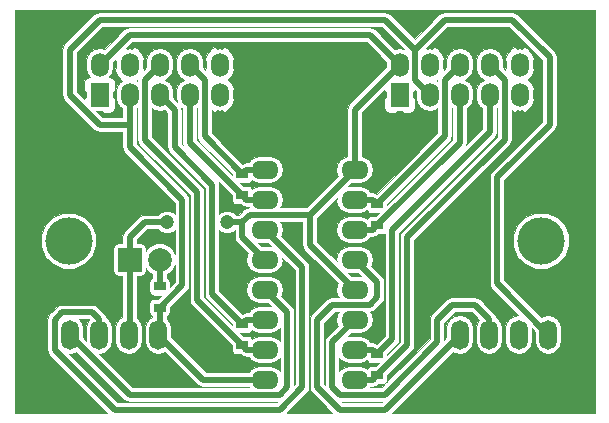
<source format=gbr>
G04 #@! TF.FileFunction,Copper,L2,Bot,Signal*
%FSLAX46Y46*%
G04 Gerber Fmt 4.6, Leading zero omitted, Abs format (unit mm)*
G04 Created by KiCad (PCBNEW 4.0.4-stable) date 12/02/16 17:35:11*
%MOMM*%
%LPD*%
G01*
G04 APERTURE LIST*
%ADD10C,0.100000*%
%ADD11R,2.000000X2.000000*%
%ADD12C,2.000000*%
%ADD13O,1.500000X2.500000*%
%ADD14R,1.000000X0.800000*%
%ADD15O,2.300000X1.600000*%
%ADD16R,1.500000X2.000000*%
%ADD17O,1.500000X2.000000*%
%ADD18C,4.000000*%
%ADD19C,1.200000*%
%ADD20C,0.500000*%
%ADD21C,0.026000*%
G04 APERTURE END LIST*
D10*
D11*
X10160000Y-21590000D03*
D12*
X12700000Y-21590000D03*
D13*
X5080000Y-27940000D03*
X7580000Y-27940000D03*
X10080000Y-27940000D03*
X12580000Y-27940000D03*
X38100000Y-27940000D03*
X40600000Y-27940000D03*
X43100000Y-27940000D03*
X45600000Y-27940000D03*
D14*
X12700000Y-23865000D03*
X12700000Y-25665000D03*
D15*
X21590000Y-13970000D03*
X21590000Y-16510000D03*
X21590000Y-19050000D03*
X21590000Y-21590000D03*
X21590000Y-24130000D03*
X21590000Y-26670000D03*
X21590000Y-29210000D03*
X21590000Y-31750000D03*
X29210000Y-31750000D03*
X29210000Y-29210000D03*
X29210000Y-26670000D03*
X29210000Y-24130000D03*
X29210000Y-21590000D03*
X29210000Y-19050000D03*
X29210000Y-16510000D03*
X29210000Y-13970000D03*
D16*
X7620000Y-7620000D03*
D17*
X7620000Y-5080000D03*
X10160000Y-7620000D03*
X10160000Y-5080000D03*
X12700000Y-7620000D03*
X12700000Y-5080000D03*
X15240000Y-7620000D03*
X15240000Y-5080000D03*
X17780000Y-7620000D03*
X17780000Y-5080000D03*
D16*
X33020000Y-7620000D03*
D17*
X33020000Y-5080000D03*
X35560000Y-7620000D03*
X35560000Y-5080000D03*
X38100000Y-7620000D03*
X38100000Y-5080000D03*
X40640000Y-7620000D03*
X40640000Y-5080000D03*
X43180000Y-7620000D03*
X43180000Y-5080000D03*
D14*
X19685000Y-14340000D03*
X19685000Y-16140000D03*
X19685000Y-28840000D03*
X19685000Y-27040000D03*
X31115000Y-31380000D03*
X31115000Y-29580000D03*
X31115000Y-16880000D03*
X31115000Y-18680000D03*
D18*
X5000000Y-20000000D03*
X45000000Y-20000000D03*
D19*
X18415000Y-18415000D03*
X13335000Y-18415000D03*
D20*
X10160000Y-21590000D02*
X10160000Y-19685000D01*
X11430000Y-18415000D02*
X13335000Y-18415000D01*
X10160000Y-19685000D02*
X11430000Y-18415000D01*
X10160000Y-21590000D02*
X10160000Y-27860000D01*
X10160000Y-27860000D02*
X10080000Y-27940000D01*
X19685000Y-18415000D02*
X18415000Y-18415000D01*
X29210000Y-24130000D02*
X25400000Y-20320000D01*
X25400000Y-17780000D02*
X25400000Y-20320000D01*
X21590000Y-21590000D02*
X19685000Y-19685000D01*
X20320000Y-17780000D02*
X25400000Y-17780000D01*
X19685000Y-18415000D02*
X20320000Y-17780000D01*
X19685000Y-19685000D02*
X19685000Y-18415000D01*
X29210000Y-13970000D02*
X25400000Y-17780000D01*
X29210000Y-13970000D02*
X29210000Y-8890000D01*
X29210000Y-8890000D02*
X33020000Y-5080000D01*
X7620000Y-5080000D02*
X10160000Y-2540000D01*
X30480000Y-2540000D02*
X33020000Y-5080000D01*
X10160000Y-2540000D02*
X30480000Y-2540000D01*
X12700000Y-21590000D02*
X12700000Y-23865000D01*
X10160000Y-10160000D02*
X7620000Y-10160000D01*
X5080000Y-3810000D02*
X7620000Y-1270000D01*
X7620000Y-1270000D02*
X31750000Y-1270000D01*
X5080000Y-7620000D02*
X7620000Y-10160000D01*
X31750000Y-1270000D02*
X34290000Y-3810000D01*
X5080000Y-7620000D02*
X5080000Y-3810000D01*
X10160000Y-7620000D02*
X10160000Y-10160000D01*
X10160000Y-10160000D02*
X10160000Y-12065000D01*
X10160000Y-12065000D02*
X14605000Y-16510000D01*
X14605000Y-16510000D02*
X14605000Y-23760000D01*
X14605000Y-23760000D02*
X12700000Y-25665000D01*
X12700000Y-25665000D02*
X12700000Y-27820000D01*
X12700000Y-27820000D02*
X12580000Y-27940000D01*
X45600000Y-27940000D02*
X41275000Y-23615000D01*
X41275000Y-23615000D02*
X41275000Y-14605000D01*
X41275000Y-14605000D02*
X45720000Y-10160000D01*
X45720000Y-10160000D02*
X45720000Y-4445000D01*
X45720000Y-4445000D02*
X42545000Y-1270000D01*
X42545000Y-1270000D02*
X36830000Y-1270000D01*
X36830000Y-1270000D02*
X34290000Y-3810000D01*
X12580000Y-27940000D02*
X16390000Y-31750000D01*
X16390000Y-31750000D02*
X21590000Y-31750000D01*
X34290000Y-6350000D02*
X34290000Y-3810000D01*
X35560000Y-7620000D02*
X34290000Y-6350000D01*
X10160000Y-8890000D02*
X10160000Y-7620000D01*
X19685000Y-14340000D02*
X16510000Y-11165000D01*
X16510000Y-6350000D02*
X15240000Y-5080000D01*
X16510000Y-11165000D02*
X16510000Y-6350000D01*
X21590000Y-13970000D02*
X20055000Y-13970000D01*
X20055000Y-13970000D02*
X19685000Y-14340000D01*
X15240000Y-7620000D02*
X15240000Y-11695000D01*
X15240000Y-11695000D02*
X19685000Y-16140000D01*
X21590000Y-16510000D02*
X20055000Y-16510000D01*
X20055000Y-16510000D02*
X19685000Y-16140000D01*
X15875000Y-25030000D02*
X15875000Y-15875000D01*
X19685000Y-28840000D02*
X15875000Y-25030000D01*
X11430000Y-11430000D02*
X15875000Y-15875000D01*
X11430000Y-6350000D02*
X12700000Y-5080000D01*
X11430000Y-11430000D02*
X11430000Y-6350000D01*
X21590000Y-29210000D02*
X20055000Y-29210000D01*
X20055000Y-29210000D02*
X19685000Y-28840000D01*
X17145000Y-24500000D02*
X17145000Y-15240000D01*
X12700000Y-7620000D02*
X13970000Y-8890000D01*
X13970000Y-12065000D02*
X17145000Y-15240000D01*
X13970000Y-8890000D02*
X13970000Y-12065000D01*
X17145000Y-24500000D02*
X19685000Y-27040000D01*
X21590000Y-26670000D02*
X20055000Y-26670000D01*
X20055000Y-26670000D02*
X19685000Y-27040000D01*
X33655000Y-28840000D02*
X33655000Y-19685000D01*
X31115000Y-31380000D02*
X33655000Y-28840000D01*
X41910000Y-6350000D02*
X40640000Y-5080000D01*
X41910000Y-11430000D02*
X41910000Y-6350000D01*
X33655000Y-19685000D02*
X41910000Y-11430000D01*
X29210000Y-31750000D02*
X30745000Y-31750000D01*
X30745000Y-31750000D02*
X31115000Y-31380000D01*
X32385000Y-28310000D02*
X32385000Y-19050000D01*
X40640000Y-7620000D02*
X40640000Y-10795000D01*
X32385000Y-19050000D02*
X40640000Y-10795000D01*
X32385000Y-28310000D02*
X31115000Y-29580000D01*
X29210000Y-29210000D02*
X30745000Y-29210000D01*
X30745000Y-29210000D02*
X31115000Y-29580000D01*
X31115000Y-16880000D02*
X36830000Y-11165000D01*
X36830000Y-6350000D02*
X38100000Y-5080000D01*
X36830000Y-11165000D02*
X36830000Y-6350000D01*
X29210000Y-16510000D02*
X30745000Y-16510000D01*
X30745000Y-16510000D02*
X31115000Y-16880000D01*
X31115000Y-18680000D02*
X38100000Y-11695000D01*
X38100000Y-11695000D02*
X38100000Y-7620000D01*
X29210000Y-19050000D02*
X30745000Y-19050000D01*
X30745000Y-19050000D02*
X31115000Y-18680000D01*
X23495000Y-32385000D02*
X22860000Y-33020000D01*
X10160000Y-33020000D02*
X5080000Y-27940000D01*
X22860000Y-33020000D02*
X10160000Y-33020000D01*
X21590000Y-24130000D02*
X23495000Y-26035000D01*
X23495000Y-26035000D02*
X23495000Y-32385000D01*
X21590000Y-19050000D02*
X24765000Y-22225000D01*
X24765000Y-22225000D02*
X24765000Y-24765000D01*
X24765000Y-32385000D02*
X22860000Y-34290000D01*
X24765000Y-24765000D02*
X24765000Y-32385000D01*
X22860000Y-34290000D02*
X8890000Y-34290000D01*
X8890000Y-34290000D02*
X3810000Y-29210000D01*
X3810000Y-29210000D02*
X3810000Y-26670000D01*
X3810000Y-26670000D02*
X4445000Y-26035000D01*
X4445000Y-26035000D02*
X6985000Y-26035000D01*
X6985000Y-26035000D02*
X7580000Y-26630000D01*
X7580000Y-26630000D02*
X7580000Y-27940000D01*
X29210000Y-21590000D02*
X31115000Y-23495000D01*
X31115000Y-23495000D02*
X31115000Y-24765000D01*
X31115000Y-24765000D02*
X30480000Y-25400000D01*
X30480000Y-25400000D02*
X27305000Y-25400000D01*
X27305000Y-25400000D02*
X26035000Y-26670000D01*
X26035000Y-32385000D02*
X27940000Y-34290000D01*
X26035000Y-26670000D02*
X26035000Y-32385000D01*
X31750000Y-34290000D02*
X38100000Y-27940000D01*
X31750000Y-34290000D02*
X27940000Y-34290000D01*
X27305000Y-32385000D02*
X27940000Y-33020000D01*
X27305000Y-28575000D02*
X27305000Y-32385000D01*
X29210000Y-26670000D02*
X27305000Y-28575000D01*
X40600000Y-26630000D02*
X40600000Y-27940000D01*
X39370000Y-25400000D02*
X40600000Y-26630000D01*
X37465000Y-25400000D02*
X39370000Y-25400000D01*
X36195000Y-26670000D02*
X37465000Y-25400000D01*
X36195000Y-28575000D02*
X36195000Y-26670000D01*
X31750000Y-33020000D02*
X36195000Y-28575000D01*
X27940000Y-33020000D02*
X31750000Y-33020000D01*
D21*
G36*
X24787000Y-20320000D02*
X24813949Y-20455480D01*
X24833662Y-20554585D01*
X24966544Y-20753456D01*
X27812820Y-23599733D01*
X27755887Y-23684939D01*
X27667359Y-24130000D01*
X27755887Y-24575061D01*
X27897500Y-24787000D01*
X27305000Y-24787000D01*
X27070415Y-24833662D01*
X26871543Y-24966544D01*
X25601545Y-26236543D01*
X25601544Y-26236544D01*
X25468662Y-26435415D01*
X25422000Y-26670000D01*
X25422000Y-32385000D01*
X25462090Y-32586544D01*
X25468662Y-32619585D01*
X25601544Y-32818456D01*
X27345087Y-34562000D01*
X23454912Y-34562000D01*
X25198457Y-32818456D01*
X25331338Y-32619585D01*
X25337910Y-32586544D01*
X25378000Y-32385000D01*
X25378000Y-22225000D01*
X25331338Y-21990415D01*
X25198456Y-21791544D01*
X22987180Y-19580268D01*
X23044113Y-19495061D01*
X23132641Y-19050000D01*
X23044113Y-18604939D01*
X22902500Y-18393000D01*
X24787000Y-18393000D01*
X24787000Y-20320000D01*
X24787000Y-20320000D01*
G37*
X24787000Y-20320000D02*
X24813949Y-20455480D01*
X24833662Y-20554585D01*
X24966544Y-20753456D01*
X27812820Y-23599733D01*
X27755887Y-23684939D01*
X27667359Y-24130000D01*
X27755887Y-24575061D01*
X27897500Y-24787000D01*
X27305000Y-24787000D01*
X27070415Y-24833662D01*
X26871543Y-24966544D01*
X25601545Y-26236543D01*
X25601544Y-26236544D01*
X25468662Y-26435415D01*
X25422000Y-26670000D01*
X25422000Y-32385000D01*
X25462090Y-32586544D01*
X25468662Y-32619585D01*
X25601544Y-32818456D01*
X27345087Y-34562000D01*
X23454912Y-34562000D01*
X25198457Y-32818456D01*
X25331338Y-32619585D01*
X25337910Y-32586544D01*
X25378000Y-32385000D01*
X25378000Y-22225000D01*
X25331338Y-21990415D01*
X25198456Y-21791544D01*
X22987180Y-19580268D01*
X23044113Y-19495061D01*
X23132641Y-19050000D01*
X23044113Y-18604939D01*
X22902500Y-18393000D01*
X24787000Y-18393000D01*
X24787000Y-20320000D01*
G36*
X49562000Y-34562000D02*
X32344912Y-34562000D01*
X37513995Y-29392918D01*
X37674073Y-29499879D01*
X38100000Y-29584601D01*
X38525927Y-29499879D01*
X38887010Y-29258611D01*
X39128278Y-28897528D01*
X39213000Y-28471601D01*
X39213000Y-27408399D01*
X39128278Y-26982472D01*
X38887010Y-26621389D01*
X38525927Y-26380121D01*
X38100000Y-26295399D01*
X37674073Y-26380121D01*
X37312990Y-26621389D01*
X37071722Y-26982472D01*
X36987000Y-27408399D01*
X36987000Y-28186087D01*
X36808000Y-28365087D01*
X36808000Y-26923912D01*
X37718913Y-26013000D01*
X39116088Y-26013000D01*
X39777536Y-26674449D01*
X39571722Y-26982472D01*
X39487000Y-27408399D01*
X39487000Y-28471601D01*
X39571722Y-28897528D01*
X39812990Y-29258611D01*
X40174073Y-29499879D01*
X40600000Y-29584601D01*
X41025927Y-29499879D01*
X41387010Y-29258611D01*
X41628278Y-28897528D01*
X41713000Y-28471601D01*
X41713000Y-27408399D01*
X41628278Y-26982472D01*
X41387010Y-26621389D01*
X41184352Y-26485977D01*
X41166338Y-26395415D01*
X41101948Y-26299049D01*
X41033457Y-26196544D01*
X39803456Y-24966544D01*
X39604585Y-24833662D01*
X39370000Y-24787000D01*
X37465000Y-24787000D01*
X37230415Y-24833662D01*
X37031543Y-24966544D01*
X35761545Y-26236543D01*
X35761544Y-26236544D01*
X35628662Y-26435415D01*
X35582000Y-26670000D01*
X35582000Y-28321087D01*
X31906026Y-31997061D01*
X31955951Y-31923994D01*
X31985111Y-31780000D01*
X31985111Y-31376801D01*
X34088456Y-29273457D01*
X34221338Y-29074585D01*
X34229012Y-29036006D01*
X34268000Y-28840000D01*
X34268000Y-19938912D01*
X42343456Y-11863456D01*
X42476338Y-11664585D01*
X42509342Y-11498662D01*
X42523000Y-11430000D01*
X42523000Y-8945757D01*
X42746746Y-9064877D01*
X42939000Y-8985002D01*
X42939000Y-8961765D01*
X43180000Y-9009703D01*
X43421000Y-8961765D01*
X43421000Y-8985002D01*
X43613254Y-9064877D01*
X43934856Y-8893660D01*
X44269134Y-8526867D01*
X44437601Y-8060072D01*
X44321602Y-7861000D01*
X44293000Y-7861000D01*
X44293000Y-7379000D01*
X44321602Y-7379000D01*
X44437601Y-7179928D01*
X44269134Y-6713133D01*
X43938192Y-6350000D01*
X44269134Y-5986867D01*
X44437601Y-5520072D01*
X44321602Y-5321000D01*
X44293000Y-5321000D01*
X44293000Y-4839000D01*
X44321602Y-4839000D01*
X44437601Y-4639928D01*
X44269134Y-4173133D01*
X43934856Y-3806340D01*
X43613254Y-3635123D01*
X43421000Y-3714998D01*
X43421000Y-3738235D01*
X43180000Y-3690297D01*
X42939000Y-3738235D01*
X42939000Y-3714998D01*
X42746746Y-3635123D01*
X42425144Y-3806340D01*
X42090866Y-4173133D01*
X41922399Y-4639928D01*
X42038398Y-4839000D01*
X42067000Y-4839000D01*
X42067000Y-5321000D01*
X42038398Y-5321000D01*
X41931451Y-5504538D01*
X41753000Y-5326087D01*
X41753000Y-4803297D01*
X41668278Y-4377370D01*
X41427010Y-4016287D01*
X41065927Y-3775019D01*
X40640000Y-3690297D01*
X40214073Y-3775019D01*
X39852990Y-4016287D01*
X39611722Y-4377370D01*
X39527000Y-4803297D01*
X39527000Y-5356703D01*
X39611722Y-5782630D01*
X39852990Y-6143713D01*
X40161720Y-6350000D01*
X39852990Y-6556287D01*
X39611722Y-6917370D01*
X39527000Y-7343297D01*
X39527000Y-7896703D01*
X39611722Y-8322630D01*
X39852990Y-8683713D01*
X40027000Y-8799983D01*
X40027000Y-10541088D01*
X38673250Y-11894838D01*
X38713000Y-11695000D01*
X38713000Y-8799983D01*
X38887010Y-8683713D01*
X39128278Y-8322630D01*
X39213000Y-7896703D01*
X39213000Y-7343297D01*
X39128278Y-6917370D01*
X38887010Y-6556287D01*
X38578280Y-6350000D01*
X38887010Y-6143713D01*
X39128278Y-5782630D01*
X39213000Y-5356703D01*
X39213000Y-4803297D01*
X39128278Y-4377370D01*
X38887010Y-4016287D01*
X38525927Y-3775019D01*
X38100000Y-3690297D01*
X37674073Y-3775019D01*
X37312990Y-4016287D01*
X37071722Y-4377370D01*
X36987000Y-4803297D01*
X36987000Y-5326088D01*
X36808549Y-5504538D01*
X36701602Y-5321000D01*
X36673000Y-5321000D01*
X36673000Y-4839000D01*
X36701602Y-4839000D01*
X36817601Y-4639928D01*
X36649134Y-4173133D01*
X36314856Y-3806340D01*
X35993254Y-3635123D01*
X35801000Y-3714998D01*
X35801000Y-3738235D01*
X35560000Y-3690297D01*
X35319000Y-3738235D01*
X35319000Y-3714998D01*
X35271605Y-3695307D01*
X37083913Y-1883000D01*
X42291088Y-1883000D01*
X45107000Y-4698912D01*
X45107000Y-9906087D01*
X40841544Y-14171544D01*
X40708662Y-14370415D01*
X40662000Y-14605000D01*
X40662000Y-23615000D01*
X40708662Y-23849585D01*
X40841544Y-24048456D01*
X43090397Y-26297309D01*
X42674073Y-26380121D01*
X42312990Y-26621389D01*
X42071722Y-26982472D01*
X41987000Y-27408399D01*
X41987000Y-28471601D01*
X42071722Y-28897528D01*
X42312990Y-29258611D01*
X42674073Y-29499879D01*
X43100000Y-29584601D01*
X43525927Y-29499879D01*
X43887010Y-29258611D01*
X44128278Y-28897528D01*
X44213000Y-28471601D01*
X44213000Y-27419913D01*
X44487000Y-27693913D01*
X44487000Y-28471601D01*
X44571722Y-28897528D01*
X44812990Y-29258611D01*
X45174073Y-29499879D01*
X45600000Y-29584601D01*
X46025927Y-29499879D01*
X46387010Y-29258611D01*
X46628278Y-28897528D01*
X46713000Y-28471601D01*
X46713000Y-27408399D01*
X46628278Y-26982472D01*
X46387010Y-26621389D01*
X46025927Y-26380121D01*
X45600000Y-26295399D01*
X45174073Y-26380121D01*
X45013995Y-26487082D01*
X41888000Y-23361088D01*
X41888000Y-20467968D01*
X42636591Y-20467968D01*
X42995578Y-21336783D01*
X43659720Y-22002086D01*
X44527908Y-22362589D01*
X45467968Y-22363409D01*
X46336783Y-22004422D01*
X47002086Y-21340280D01*
X47362589Y-20472092D01*
X47363409Y-19532032D01*
X47004422Y-18663217D01*
X46340280Y-17997914D01*
X45472092Y-17637411D01*
X44532032Y-17636591D01*
X43663217Y-17995578D01*
X42997914Y-18659720D01*
X42637411Y-19527908D01*
X42636591Y-20467968D01*
X41888000Y-20467968D01*
X41888000Y-14858912D01*
X46153456Y-10593457D01*
X46286338Y-10394585D01*
X46319342Y-10228662D01*
X46333000Y-10160000D01*
X46333000Y-4445000D01*
X46286338Y-4210415D01*
X46153456Y-4011544D01*
X42978456Y-836544D01*
X42779585Y-703662D01*
X42545000Y-657000D01*
X36830000Y-657000D01*
X36595415Y-703662D01*
X36396543Y-836544D01*
X34290000Y-2943087D01*
X32183456Y-836544D01*
X31984585Y-703662D01*
X31750000Y-657000D01*
X7620000Y-657000D01*
X7385415Y-703662D01*
X7186543Y-836544D01*
X4646545Y-3376543D01*
X4646544Y-3376544D01*
X4513662Y-3575415D01*
X4467000Y-3810000D01*
X4467000Y-7620000D01*
X4513662Y-7854585D01*
X4646544Y-8053456D01*
X7186543Y-10593456D01*
X7385415Y-10726338D01*
X7620000Y-10773000D01*
X9547000Y-10773000D01*
X9547000Y-12065000D01*
X9586054Y-12261338D01*
X9593662Y-12299585D01*
X9726544Y-12498456D01*
X13992000Y-16763913D01*
X13992000Y-17710071D01*
X13881208Y-17599085D01*
X13527393Y-17452168D01*
X13144288Y-17451833D01*
X12790217Y-17598133D01*
X12585994Y-17802000D01*
X11430000Y-17802000D01*
X11195415Y-17848662D01*
X10996543Y-17981544D01*
X9726544Y-19251544D01*
X9593662Y-19450415D01*
X9547000Y-19685000D01*
X9547000Y-20219889D01*
X9160000Y-20219889D01*
X9025480Y-20245201D01*
X8901932Y-20324702D01*
X8819049Y-20446006D01*
X8789889Y-20590000D01*
X8789889Y-22590000D01*
X8815201Y-22724520D01*
X8894702Y-22848068D01*
X9016006Y-22930951D01*
X9160000Y-22960111D01*
X9547000Y-22960111D01*
X9547000Y-26451665D01*
X9292990Y-26621389D01*
X9051722Y-26982472D01*
X8967000Y-27408399D01*
X8967000Y-28471601D01*
X9051722Y-28897528D01*
X9292990Y-29258611D01*
X9654073Y-29499879D01*
X10080000Y-29584601D01*
X10505927Y-29499879D01*
X10867010Y-29258611D01*
X11108278Y-28897528D01*
X11193000Y-28471601D01*
X11193000Y-27408399D01*
X11108278Y-26982472D01*
X10867010Y-26621389D01*
X10773000Y-26558574D01*
X10773000Y-22960111D01*
X11160000Y-22960111D01*
X11294520Y-22934799D01*
X11418068Y-22855298D01*
X11500951Y-22733994D01*
X11530111Y-22590000D01*
X11530111Y-22327864D01*
X11543831Y-22361069D01*
X11926914Y-22744822D01*
X12087000Y-22811295D01*
X12087000Y-23116152D01*
X12065480Y-23120201D01*
X11941932Y-23199702D01*
X11859049Y-23321006D01*
X11829889Y-23465000D01*
X11829889Y-24265000D01*
X11855201Y-24399520D01*
X11934702Y-24523068D01*
X12056006Y-24605951D01*
X12200000Y-24635111D01*
X12862977Y-24635111D01*
X12603199Y-24894889D01*
X12200000Y-24894889D01*
X12065480Y-24920201D01*
X11941932Y-24999702D01*
X11859049Y-25121006D01*
X11829889Y-25265000D01*
X11829889Y-26065000D01*
X11855201Y-26199520D01*
X11934702Y-26323068D01*
X12056006Y-26405951D01*
X12087000Y-26412228D01*
X12087000Y-26424938D01*
X11792990Y-26621389D01*
X11551722Y-26982472D01*
X11467000Y-27408399D01*
X11467000Y-28471601D01*
X11551722Y-28897528D01*
X11792990Y-29258611D01*
X12154073Y-29499879D01*
X12580000Y-29584601D01*
X13005927Y-29499879D01*
X13166006Y-29392918D01*
X15956544Y-32183457D01*
X16155415Y-32316338D01*
X16390000Y-32363000D01*
X20248100Y-32363000D01*
X20277500Y-32407000D01*
X10413913Y-32407000D01*
X7589603Y-29582691D01*
X8005927Y-29499879D01*
X8367010Y-29258611D01*
X8608278Y-28897528D01*
X8693000Y-28471601D01*
X8693000Y-27408399D01*
X8608278Y-26982472D01*
X8367010Y-26621389D01*
X8164352Y-26485977D01*
X8146338Y-26395415D01*
X8062261Y-26269585D01*
X8013456Y-26196543D01*
X7418456Y-25601544D01*
X7219585Y-25468662D01*
X6985000Y-25422000D01*
X4445000Y-25422000D01*
X4210415Y-25468662D01*
X4011544Y-25601543D01*
X3376545Y-26236543D01*
X3376544Y-26236544D01*
X3243662Y-26435415D01*
X3197000Y-26670000D01*
X3197000Y-29210000D01*
X3223936Y-29345415D01*
X3243662Y-29444585D01*
X3376544Y-29643456D01*
X8295087Y-34562000D01*
X438000Y-34562000D01*
X438000Y-20467968D01*
X2636591Y-20467968D01*
X2995578Y-21336783D01*
X3659720Y-22002086D01*
X4527908Y-22362589D01*
X5467968Y-22363409D01*
X6336783Y-22004422D01*
X7002086Y-21340280D01*
X7362589Y-20472092D01*
X7363409Y-19532032D01*
X7004422Y-18663217D01*
X6340280Y-17997914D01*
X5472092Y-17637411D01*
X4532032Y-17636591D01*
X3663217Y-17995578D01*
X2997914Y-18659720D01*
X2637411Y-19527908D01*
X2636591Y-20467968D01*
X438000Y-20467968D01*
X438000Y-438000D01*
X49562000Y-438000D01*
X49562000Y-34562000D01*
X49562000Y-34562000D01*
G37*
X49562000Y-34562000D02*
X32344912Y-34562000D01*
X37513995Y-29392918D01*
X37674073Y-29499879D01*
X38100000Y-29584601D01*
X38525927Y-29499879D01*
X38887010Y-29258611D01*
X39128278Y-28897528D01*
X39213000Y-28471601D01*
X39213000Y-27408399D01*
X39128278Y-26982472D01*
X38887010Y-26621389D01*
X38525927Y-26380121D01*
X38100000Y-26295399D01*
X37674073Y-26380121D01*
X37312990Y-26621389D01*
X37071722Y-26982472D01*
X36987000Y-27408399D01*
X36987000Y-28186087D01*
X36808000Y-28365087D01*
X36808000Y-26923912D01*
X37718913Y-26013000D01*
X39116088Y-26013000D01*
X39777536Y-26674449D01*
X39571722Y-26982472D01*
X39487000Y-27408399D01*
X39487000Y-28471601D01*
X39571722Y-28897528D01*
X39812990Y-29258611D01*
X40174073Y-29499879D01*
X40600000Y-29584601D01*
X41025927Y-29499879D01*
X41387010Y-29258611D01*
X41628278Y-28897528D01*
X41713000Y-28471601D01*
X41713000Y-27408399D01*
X41628278Y-26982472D01*
X41387010Y-26621389D01*
X41184352Y-26485977D01*
X41166338Y-26395415D01*
X41101948Y-26299049D01*
X41033457Y-26196544D01*
X39803456Y-24966544D01*
X39604585Y-24833662D01*
X39370000Y-24787000D01*
X37465000Y-24787000D01*
X37230415Y-24833662D01*
X37031543Y-24966544D01*
X35761545Y-26236543D01*
X35761544Y-26236544D01*
X35628662Y-26435415D01*
X35582000Y-26670000D01*
X35582000Y-28321087D01*
X31906026Y-31997061D01*
X31955951Y-31923994D01*
X31985111Y-31780000D01*
X31985111Y-31376801D01*
X34088456Y-29273457D01*
X34221338Y-29074585D01*
X34229012Y-29036006D01*
X34268000Y-28840000D01*
X34268000Y-19938912D01*
X42343456Y-11863456D01*
X42476338Y-11664585D01*
X42509342Y-11498662D01*
X42523000Y-11430000D01*
X42523000Y-8945757D01*
X42746746Y-9064877D01*
X42939000Y-8985002D01*
X42939000Y-8961765D01*
X43180000Y-9009703D01*
X43421000Y-8961765D01*
X43421000Y-8985002D01*
X43613254Y-9064877D01*
X43934856Y-8893660D01*
X44269134Y-8526867D01*
X44437601Y-8060072D01*
X44321602Y-7861000D01*
X44293000Y-7861000D01*
X44293000Y-7379000D01*
X44321602Y-7379000D01*
X44437601Y-7179928D01*
X44269134Y-6713133D01*
X43938192Y-6350000D01*
X44269134Y-5986867D01*
X44437601Y-5520072D01*
X44321602Y-5321000D01*
X44293000Y-5321000D01*
X44293000Y-4839000D01*
X44321602Y-4839000D01*
X44437601Y-4639928D01*
X44269134Y-4173133D01*
X43934856Y-3806340D01*
X43613254Y-3635123D01*
X43421000Y-3714998D01*
X43421000Y-3738235D01*
X43180000Y-3690297D01*
X42939000Y-3738235D01*
X42939000Y-3714998D01*
X42746746Y-3635123D01*
X42425144Y-3806340D01*
X42090866Y-4173133D01*
X41922399Y-4639928D01*
X42038398Y-4839000D01*
X42067000Y-4839000D01*
X42067000Y-5321000D01*
X42038398Y-5321000D01*
X41931451Y-5504538D01*
X41753000Y-5326087D01*
X41753000Y-4803297D01*
X41668278Y-4377370D01*
X41427010Y-4016287D01*
X41065927Y-3775019D01*
X40640000Y-3690297D01*
X40214073Y-3775019D01*
X39852990Y-4016287D01*
X39611722Y-4377370D01*
X39527000Y-4803297D01*
X39527000Y-5356703D01*
X39611722Y-5782630D01*
X39852990Y-6143713D01*
X40161720Y-6350000D01*
X39852990Y-6556287D01*
X39611722Y-6917370D01*
X39527000Y-7343297D01*
X39527000Y-7896703D01*
X39611722Y-8322630D01*
X39852990Y-8683713D01*
X40027000Y-8799983D01*
X40027000Y-10541088D01*
X38673250Y-11894838D01*
X38713000Y-11695000D01*
X38713000Y-8799983D01*
X38887010Y-8683713D01*
X39128278Y-8322630D01*
X39213000Y-7896703D01*
X39213000Y-7343297D01*
X39128278Y-6917370D01*
X38887010Y-6556287D01*
X38578280Y-6350000D01*
X38887010Y-6143713D01*
X39128278Y-5782630D01*
X39213000Y-5356703D01*
X39213000Y-4803297D01*
X39128278Y-4377370D01*
X38887010Y-4016287D01*
X38525927Y-3775019D01*
X38100000Y-3690297D01*
X37674073Y-3775019D01*
X37312990Y-4016287D01*
X37071722Y-4377370D01*
X36987000Y-4803297D01*
X36987000Y-5326088D01*
X36808549Y-5504538D01*
X36701602Y-5321000D01*
X36673000Y-5321000D01*
X36673000Y-4839000D01*
X36701602Y-4839000D01*
X36817601Y-4639928D01*
X36649134Y-4173133D01*
X36314856Y-3806340D01*
X35993254Y-3635123D01*
X35801000Y-3714998D01*
X35801000Y-3738235D01*
X35560000Y-3690297D01*
X35319000Y-3738235D01*
X35319000Y-3714998D01*
X35271605Y-3695307D01*
X37083913Y-1883000D01*
X42291088Y-1883000D01*
X45107000Y-4698912D01*
X45107000Y-9906087D01*
X40841544Y-14171544D01*
X40708662Y-14370415D01*
X40662000Y-14605000D01*
X40662000Y-23615000D01*
X40708662Y-23849585D01*
X40841544Y-24048456D01*
X43090397Y-26297309D01*
X42674073Y-26380121D01*
X42312990Y-26621389D01*
X42071722Y-26982472D01*
X41987000Y-27408399D01*
X41987000Y-28471601D01*
X42071722Y-28897528D01*
X42312990Y-29258611D01*
X42674073Y-29499879D01*
X43100000Y-29584601D01*
X43525927Y-29499879D01*
X43887010Y-29258611D01*
X44128278Y-28897528D01*
X44213000Y-28471601D01*
X44213000Y-27419913D01*
X44487000Y-27693913D01*
X44487000Y-28471601D01*
X44571722Y-28897528D01*
X44812990Y-29258611D01*
X45174073Y-29499879D01*
X45600000Y-29584601D01*
X46025927Y-29499879D01*
X46387010Y-29258611D01*
X46628278Y-28897528D01*
X46713000Y-28471601D01*
X46713000Y-27408399D01*
X46628278Y-26982472D01*
X46387010Y-26621389D01*
X46025927Y-26380121D01*
X45600000Y-26295399D01*
X45174073Y-26380121D01*
X45013995Y-26487082D01*
X41888000Y-23361088D01*
X41888000Y-20467968D01*
X42636591Y-20467968D01*
X42995578Y-21336783D01*
X43659720Y-22002086D01*
X44527908Y-22362589D01*
X45467968Y-22363409D01*
X46336783Y-22004422D01*
X47002086Y-21340280D01*
X47362589Y-20472092D01*
X47363409Y-19532032D01*
X47004422Y-18663217D01*
X46340280Y-17997914D01*
X45472092Y-17637411D01*
X44532032Y-17636591D01*
X43663217Y-17995578D01*
X42997914Y-18659720D01*
X42637411Y-19527908D01*
X42636591Y-20467968D01*
X41888000Y-20467968D01*
X41888000Y-14858912D01*
X46153456Y-10593457D01*
X46286338Y-10394585D01*
X46319342Y-10228662D01*
X46333000Y-10160000D01*
X46333000Y-4445000D01*
X46286338Y-4210415D01*
X46153456Y-4011544D01*
X42978456Y-836544D01*
X42779585Y-703662D01*
X42545000Y-657000D01*
X36830000Y-657000D01*
X36595415Y-703662D01*
X36396543Y-836544D01*
X34290000Y-2943087D01*
X32183456Y-836544D01*
X31984585Y-703662D01*
X31750000Y-657000D01*
X7620000Y-657000D01*
X7385415Y-703662D01*
X7186543Y-836544D01*
X4646545Y-3376543D01*
X4646544Y-3376544D01*
X4513662Y-3575415D01*
X4467000Y-3810000D01*
X4467000Y-7620000D01*
X4513662Y-7854585D01*
X4646544Y-8053456D01*
X7186543Y-10593456D01*
X7385415Y-10726338D01*
X7620000Y-10773000D01*
X9547000Y-10773000D01*
X9547000Y-12065000D01*
X9586054Y-12261338D01*
X9593662Y-12299585D01*
X9726544Y-12498456D01*
X13992000Y-16763913D01*
X13992000Y-17710071D01*
X13881208Y-17599085D01*
X13527393Y-17452168D01*
X13144288Y-17451833D01*
X12790217Y-17598133D01*
X12585994Y-17802000D01*
X11430000Y-17802000D01*
X11195415Y-17848662D01*
X10996543Y-17981544D01*
X9726544Y-19251544D01*
X9593662Y-19450415D01*
X9547000Y-19685000D01*
X9547000Y-20219889D01*
X9160000Y-20219889D01*
X9025480Y-20245201D01*
X8901932Y-20324702D01*
X8819049Y-20446006D01*
X8789889Y-20590000D01*
X8789889Y-22590000D01*
X8815201Y-22724520D01*
X8894702Y-22848068D01*
X9016006Y-22930951D01*
X9160000Y-22960111D01*
X9547000Y-22960111D01*
X9547000Y-26451665D01*
X9292990Y-26621389D01*
X9051722Y-26982472D01*
X8967000Y-27408399D01*
X8967000Y-28471601D01*
X9051722Y-28897528D01*
X9292990Y-29258611D01*
X9654073Y-29499879D01*
X10080000Y-29584601D01*
X10505927Y-29499879D01*
X10867010Y-29258611D01*
X11108278Y-28897528D01*
X11193000Y-28471601D01*
X11193000Y-27408399D01*
X11108278Y-26982472D01*
X10867010Y-26621389D01*
X10773000Y-26558574D01*
X10773000Y-22960111D01*
X11160000Y-22960111D01*
X11294520Y-22934799D01*
X11418068Y-22855298D01*
X11500951Y-22733994D01*
X11530111Y-22590000D01*
X11530111Y-22327864D01*
X11543831Y-22361069D01*
X11926914Y-22744822D01*
X12087000Y-22811295D01*
X12087000Y-23116152D01*
X12065480Y-23120201D01*
X11941932Y-23199702D01*
X11859049Y-23321006D01*
X11829889Y-23465000D01*
X11829889Y-24265000D01*
X11855201Y-24399520D01*
X11934702Y-24523068D01*
X12056006Y-24605951D01*
X12200000Y-24635111D01*
X12862977Y-24635111D01*
X12603199Y-24894889D01*
X12200000Y-24894889D01*
X12065480Y-24920201D01*
X11941932Y-24999702D01*
X11859049Y-25121006D01*
X11829889Y-25265000D01*
X11829889Y-26065000D01*
X11855201Y-26199520D01*
X11934702Y-26323068D01*
X12056006Y-26405951D01*
X12087000Y-26412228D01*
X12087000Y-26424938D01*
X11792990Y-26621389D01*
X11551722Y-26982472D01*
X11467000Y-27408399D01*
X11467000Y-28471601D01*
X11551722Y-28897528D01*
X11792990Y-29258611D01*
X12154073Y-29499879D01*
X12580000Y-29584601D01*
X13005927Y-29499879D01*
X13166006Y-29392918D01*
X15956544Y-32183457D01*
X16155415Y-32316338D01*
X16390000Y-32363000D01*
X20248100Y-32363000D01*
X20277500Y-32407000D01*
X10413913Y-32407000D01*
X7589603Y-29582691D01*
X8005927Y-29499879D01*
X8367010Y-29258611D01*
X8608278Y-28897528D01*
X8693000Y-28471601D01*
X8693000Y-27408399D01*
X8608278Y-26982472D01*
X8367010Y-26621389D01*
X8164352Y-26485977D01*
X8146338Y-26395415D01*
X8062261Y-26269585D01*
X8013456Y-26196543D01*
X7418456Y-25601544D01*
X7219585Y-25468662D01*
X6985000Y-25422000D01*
X4445000Y-25422000D01*
X4210415Y-25468662D01*
X4011544Y-25601543D01*
X3376545Y-26236543D01*
X3376544Y-26236544D01*
X3243662Y-26435415D01*
X3197000Y-26670000D01*
X3197000Y-29210000D01*
X3223936Y-29345415D01*
X3243662Y-29444585D01*
X3376544Y-29643456D01*
X8295087Y-34562000D01*
X438000Y-34562000D01*
X438000Y-20467968D01*
X2636591Y-20467968D01*
X2995578Y-21336783D01*
X3659720Y-22002086D01*
X4527908Y-22362589D01*
X5467968Y-22363409D01*
X6336783Y-22004422D01*
X7002086Y-21340280D01*
X7362589Y-20472092D01*
X7363409Y-19532032D01*
X7004422Y-18663217D01*
X6340280Y-17997914D01*
X5472092Y-17637411D01*
X4532032Y-17636591D01*
X3663217Y-17995578D01*
X2997914Y-18659720D01*
X2637411Y-19527908D01*
X2636591Y-20467968D01*
X438000Y-20467968D01*
X438000Y-438000D01*
X49562000Y-438000D01*
X49562000Y-34562000D01*
G36*
X9726544Y-33453457D02*
X9925415Y-33586338D01*
X10160000Y-33633000D01*
X22650088Y-33633000D01*
X22606088Y-33677000D01*
X9143913Y-33677000D01*
X5044440Y-29577528D01*
X5080000Y-29584601D01*
X5505927Y-29499879D01*
X5666006Y-29392918D01*
X9726544Y-33453457D01*
X9726544Y-33453457D01*
G37*
X9726544Y-33453457D02*
X9925415Y-33586338D01*
X10160000Y-33633000D01*
X22650088Y-33633000D01*
X22606088Y-33677000D01*
X9143913Y-33677000D01*
X5044440Y-29577528D01*
X5080000Y-29584601D01*
X5505927Y-29499879D01*
X5666006Y-29392918D01*
X9726544Y-33453457D01*
G36*
X31496088Y-33677000D02*
X28193913Y-33677000D01*
X28149913Y-33633000D01*
X31540088Y-33633000D01*
X31496088Y-33677000D01*
X31496088Y-33677000D01*
G37*
X31496088Y-33677000D02*
X28193913Y-33677000D01*
X28149913Y-33633000D01*
X31540088Y-33633000D01*
X31496088Y-33677000D01*
G36*
X31496088Y-32407000D02*
X30522500Y-32407000D01*
X30551900Y-32363000D01*
X30745000Y-32363000D01*
X30979585Y-32316338D01*
X31178456Y-32183456D01*
X31211801Y-32150111D01*
X31615000Y-32150111D01*
X31749520Y-32124799D01*
X31830214Y-32072874D01*
X31496088Y-32407000D01*
X31496088Y-32407000D01*
G37*
X31496088Y-32407000D02*
X30522500Y-32407000D01*
X30551900Y-32363000D01*
X30745000Y-32363000D01*
X30979585Y-32316338D01*
X31178456Y-32183456D01*
X31211801Y-32150111D01*
X31615000Y-32150111D01*
X31749520Y-32124799D01*
X31830214Y-32072874D01*
X31496088Y-32407000D01*
G36*
X27755887Y-26224939D02*
X27667359Y-26670000D01*
X27755887Y-27115061D01*
X27812820Y-27200267D01*
X26871544Y-28141544D01*
X26738662Y-28340415D01*
X26692000Y-28575000D01*
X26692000Y-32175088D01*
X26648000Y-32131088D01*
X26648000Y-26923912D01*
X27558913Y-26013000D01*
X27897500Y-26013000D01*
X27755887Y-26224939D01*
X27755887Y-26224939D01*
G37*
X27755887Y-26224939D02*
X27667359Y-26670000D01*
X27755887Y-27115061D01*
X27812820Y-27200267D01*
X26871544Y-28141544D01*
X26738662Y-28340415D01*
X26692000Y-28575000D01*
X26692000Y-32175088D01*
X26648000Y-32131088D01*
X26648000Y-26923912D01*
X27558913Y-26013000D01*
X27897500Y-26013000D01*
X27755887Y-26224939D01*
G36*
X19072000Y-19685000D02*
X19112090Y-19886544D01*
X19118662Y-19919585D01*
X19251544Y-20118456D01*
X20192820Y-21059733D01*
X20135887Y-21144939D01*
X20047359Y-21590000D01*
X20135887Y-22035061D01*
X20387994Y-22412365D01*
X20765298Y-22664472D01*
X21210359Y-22753000D01*
X21969641Y-22753000D01*
X22414702Y-22664472D01*
X22792006Y-22412365D01*
X23044113Y-22035061D01*
X23132641Y-21590000D01*
X23100251Y-21427163D01*
X24152000Y-22478912D01*
X24152000Y-32131087D01*
X24108000Y-32175087D01*
X24108000Y-26035000D01*
X24061338Y-25800415D01*
X23928457Y-25601544D01*
X22987180Y-24660267D01*
X23044113Y-24575061D01*
X23132641Y-24130000D01*
X23044113Y-23684939D01*
X22792006Y-23307635D01*
X22414702Y-23055528D01*
X21969641Y-22967000D01*
X21210359Y-22967000D01*
X20765298Y-23055528D01*
X20387994Y-23307635D01*
X20135887Y-23684939D01*
X20047359Y-24130000D01*
X20135887Y-24575061D01*
X20387994Y-24952365D01*
X20765298Y-25204472D01*
X21210359Y-25293000D01*
X21886088Y-25293000D01*
X22132478Y-25539390D01*
X21969641Y-25507000D01*
X21210359Y-25507000D01*
X20765298Y-25595528D01*
X20387994Y-25847635D01*
X20248100Y-26057000D01*
X20055000Y-26057000D01*
X19820415Y-26103662D01*
X19697623Y-26185710D01*
X17758000Y-24246088D01*
X17758000Y-19119929D01*
X17868792Y-19230915D01*
X18222607Y-19377832D01*
X18605712Y-19378167D01*
X18959783Y-19231867D01*
X19072000Y-19119846D01*
X19072000Y-19685000D01*
X19072000Y-19685000D01*
G37*
X19072000Y-19685000D02*
X19112090Y-19886544D01*
X19118662Y-19919585D01*
X19251544Y-20118456D01*
X20192820Y-21059733D01*
X20135887Y-21144939D01*
X20047359Y-21590000D01*
X20135887Y-22035061D01*
X20387994Y-22412365D01*
X20765298Y-22664472D01*
X21210359Y-22753000D01*
X21969641Y-22753000D01*
X22414702Y-22664472D01*
X22792006Y-22412365D01*
X23044113Y-22035061D01*
X23132641Y-21590000D01*
X23100251Y-21427163D01*
X24152000Y-22478912D01*
X24152000Y-32131087D01*
X24108000Y-32175087D01*
X24108000Y-26035000D01*
X24061338Y-25800415D01*
X23928457Y-25601544D01*
X22987180Y-24660267D01*
X23044113Y-24575061D01*
X23132641Y-24130000D01*
X23044113Y-23684939D01*
X22792006Y-23307635D01*
X22414702Y-23055528D01*
X21969641Y-22967000D01*
X21210359Y-22967000D01*
X20765298Y-23055528D01*
X20387994Y-23307635D01*
X20135887Y-23684939D01*
X20047359Y-24130000D01*
X20135887Y-24575061D01*
X20387994Y-24952365D01*
X20765298Y-25204472D01*
X21210359Y-25293000D01*
X21886088Y-25293000D01*
X22132478Y-25539390D01*
X21969641Y-25507000D01*
X21210359Y-25507000D01*
X20765298Y-25595528D01*
X20387994Y-25847635D01*
X20248100Y-26057000D01*
X20055000Y-26057000D01*
X19820415Y-26103662D01*
X19697623Y-26185710D01*
X17758000Y-24246088D01*
X17758000Y-19119929D01*
X17868792Y-19230915D01*
X18222607Y-19377832D01*
X18605712Y-19378167D01*
X18959783Y-19231867D01*
X19072000Y-19119846D01*
X19072000Y-19685000D01*
G36*
X10817000Y-11430000D02*
X10830658Y-11498662D01*
X10863662Y-11664585D01*
X10996544Y-11863456D01*
X15262000Y-16128913D01*
X15262000Y-25030000D01*
X15281987Y-25130480D01*
X15308662Y-25264585D01*
X15441544Y-25463456D01*
X18814889Y-28836802D01*
X18814889Y-29240000D01*
X18840201Y-29374520D01*
X18919702Y-29498068D01*
X19041006Y-29580951D01*
X19185000Y-29610111D01*
X19588199Y-29610111D01*
X19621544Y-29643456D01*
X19820415Y-29776338D01*
X20055000Y-29823000D01*
X20248100Y-29823000D01*
X20387994Y-30032365D01*
X20765298Y-30284472D01*
X21210359Y-30373000D01*
X21969641Y-30373000D01*
X22414702Y-30284472D01*
X22792006Y-30032365D01*
X22882000Y-29897680D01*
X22882000Y-31062320D01*
X22792006Y-30927635D01*
X22414702Y-30675528D01*
X21969641Y-30587000D01*
X21210359Y-30587000D01*
X20765298Y-30675528D01*
X20387994Y-30927635D01*
X20248100Y-31137000D01*
X16643913Y-31137000D01*
X13693000Y-28186088D01*
X13693000Y-27408399D01*
X13608278Y-26982472D01*
X13367010Y-26621389D01*
X13313000Y-26585301D01*
X13313000Y-26413848D01*
X13334520Y-26409799D01*
X13458068Y-26330298D01*
X13540951Y-26208994D01*
X13570111Y-26065000D01*
X13570111Y-25661801D01*
X15038457Y-24193456D01*
X15171338Y-23994585D01*
X15183456Y-23933662D01*
X15218000Y-23760000D01*
X15218000Y-16510000D01*
X15171338Y-16275415D01*
X15130771Y-16214702D01*
X15038456Y-16076543D01*
X10773000Y-11811088D01*
X10773000Y-8799983D01*
X10817000Y-8770583D01*
X10817000Y-11430000D01*
X10817000Y-11430000D01*
G37*
X10817000Y-11430000D02*
X10830658Y-11498662D01*
X10863662Y-11664585D01*
X10996544Y-11863456D01*
X15262000Y-16128913D01*
X15262000Y-25030000D01*
X15281987Y-25130480D01*
X15308662Y-25264585D01*
X15441544Y-25463456D01*
X18814889Y-28836802D01*
X18814889Y-29240000D01*
X18840201Y-29374520D01*
X18919702Y-29498068D01*
X19041006Y-29580951D01*
X19185000Y-29610111D01*
X19588199Y-29610111D01*
X19621544Y-29643456D01*
X19820415Y-29776338D01*
X20055000Y-29823000D01*
X20248100Y-29823000D01*
X20387994Y-30032365D01*
X20765298Y-30284472D01*
X21210359Y-30373000D01*
X21969641Y-30373000D01*
X22414702Y-30284472D01*
X22792006Y-30032365D01*
X22882000Y-29897680D01*
X22882000Y-31062320D01*
X22792006Y-30927635D01*
X22414702Y-30675528D01*
X21969641Y-30587000D01*
X21210359Y-30587000D01*
X20765298Y-30675528D01*
X20387994Y-30927635D01*
X20248100Y-31137000D01*
X16643913Y-31137000D01*
X13693000Y-28186088D01*
X13693000Y-27408399D01*
X13608278Y-26982472D01*
X13367010Y-26621389D01*
X13313000Y-26585301D01*
X13313000Y-26413848D01*
X13334520Y-26409799D01*
X13458068Y-26330298D01*
X13540951Y-26208994D01*
X13570111Y-26065000D01*
X13570111Y-25661801D01*
X15038457Y-24193456D01*
X15171338Y-23994585D01*
X15183456Y-23933662D01*
X15218000Y-23760000D01*
X15218000Y-16510000D01*
X15171338Y-16275415D01*
X15130771Y-16214702D01*
X15038456Y-16076543D01*
X10773000Y-11811088D01*
X10773000Y-8799983D01*
X10817000Y-8770583D01*
X10817000Y-11430000D01*
G36*
X28007994Y-30032365D02*
X28385298Y-30284472D01*
X28830359Y-30373000D01*
X29589641Y-30373000D01*
X30034702Y-30284472D01*
X30275869Y-30123329D01*
X30349702Y-30238068D01*
X30471006Y-30320951D01*
X30615000Y-30350111D01*
X31277977Y-30350111D01*
X31018199Y-30609889D01*
X30615000Y-30609889D01*
X30480480Y-30635201D01*
X30356932Y-30714702D01*
X30274308Y-30835628D01*
X30034702Y-30675528D01*
X29589641Y-30587000D01*
X28830359Y-30587000D01*
X28385298Y-30675528D01*
X28007994Y-30927635D01*
X27918000Y-31062320D01*
X27918000Y-29897680D01*
X28007994Y-30032365D01*
X28007994Y-30032365D01*
G37*
X28007994Y-30032365D02*
X28385298Y-30284472D01*
X28830359Y-30373000D01*
X29589641Y-30373000D01*
X30034702Y-30284472D01*
X30275869Y-30123329D01*
X30349702Y-30238068D01*
X30471006Y-30320951D01*
X30615000Y-30350111D01*
X31277977Y-30350111D01*
X31018199Y-30609889D01*
X30615000Y-30609889D01*
X30480480Y-30635201D01*
X30356932Y-30714702D01*
X30274308Y-30835628D01*
X30034702Y-30675528D01*
X29589641Y-30587000D01*
X28830359Y-30587000D01*
X28385298Y-30675528D01*
X28007994Y-30927635D01*
X27918000Y-31062320D01*
X27918000Y-29897680D01*
X28007994Y-30032365D01*
G36*
X41297000Y-11176088D02*
X33221544Y-19251544D01*
X33088662Y-19450415D01*
X33042000Y-19685000D01*
X33042000Y-28586087D01*
X31985111Y-29642976D01*
X31985111Y-29576801D01*
X32818456Y-28743457D01*
X32951338Y-28544585D01*
X32972141Y-28440000D01*
X32998000Y-28310000D01*
X32998000Y-19303912D01*
X41073456Y-11228456D01*
X41206338Y-11029585D01*
X41239342Y-10863662D01*
X41253000Y-10795000D01*
X41253000Y-8799983D01*
X41297000Y-8770583D01*
X41297000Y-11176088D01*
X41297000Y-11176088D01*
G37*
X41297000Y-11176088D02*
X33221544Y-19251544D01*
X33088662Y-19450415D01*
X33042000Y-19685000D01*
X33042000Y-28586087D01*
X31985111Y-29642976D01*
X31985111Y-29576801D01*
X32818456Y-28743457D01*
X32951338Y-28544585D01*
X32972141Y-28440000D01*
X32998000Y-28310000D01*
X32998000Y-19303912D01*
X41073456Y-11228456D01*
X41206338Y-11029585D01*
X41239342Y-10863662D01*
X41253000Y-10795000D01*
X41253000Y-8799983D01*
X41297000Y-8770583D01*
X41297000Y-11176088D01*
G36*
X27667359Y-16510000D02*
X27755887Y-16955061D01*
X28007994Y-17332365D01*
X28385298Y-17584472D01*
X28830359Y-17673000D01*
X29589641Y-17673000D01*
X30034702Y-17584472D01*
X30275869Y-17423329D01*
X30349702Y-17538068D01*
X30471006Y-17620951D01*
X30615000Y-17650111D01*
X31277977Y-17650111D01*
X31018199Y-17909889D01*
X30615000Y-17909889D01*
X30480480Y-17935201D01*
X30356932Y-18014702D01*
X30274308Y-18135628D01*
X30034702Y-17975528D01*
X29589641Y-17887000D01*
X28830359Y-17887000D01*
X28385298Y-17975528D01*
X28007994Y-18227635D01*
X27755887Y-18604939D01*
X27667359Y-19050000D01*
X27755887Y-19495061D01*
X28007994Y-19872365D01*
X28385298Y-20124472D01*
X28830359Y-20213000D01*
X29589641Y-20213000D01*
X30034702Y-20124472D01*
X30412006Y-19872365D01*
X30551900Y-19663000D01*
X30745000Y-19663000D01*
X30979585Y-19616338D01*
X31178456Y-19483456D01*
X31211801Y-19450111D01*
X31615000Y-19450111D01*
X31749520Y-19424799D01*
X31772000Y-19410334D01*
X31772000Y-28056087D01*
X31102378Y-28725710D01*
X30979585Y-28643662D01*
X30745000Y-28597000D01*
X30551900Y-28597000D01*
X30412006Y-28387635D01*
X30034702Y-28135528D01*
X29589641Y-28047000D01*
X28830359Y-28047000D01*
X28667522Y-28079390D01*
X28913913Y-27833000D01*
X29589641Y-27833000D01*
X30034702Y-27744472D01*
X30412006Y-27492365D01*
X30664113Y-27115061D01*
X30752641Y-26670000D01*
X30664113Y-26224939D01*
X30517514Y-26005538D01*
X30714585Y-25966338D01*
X30913456Y-25833456D01*
X31548457Y-25198456D01*
X31681338Y-24999585D01*
X31728000Y-24765000D01*
X31728000Y-23495000D01*
X31681338Y-23260415D01*
X31570737Y-23094889D01*
X31548457Y-23061544D01*
X30607180Y-22120267D01*
X30664113Y-22035061D01*
X30752641Y-21590000D01*
X30664113Y-21144939D01*
X30412006Y-20767635D01*
X30034702Y-20515528D01*
X29589641Y-20427000D01*
X28830359Y-20427000D01*
X28385298Y-20515528D01*
X28007994Y-20767635D01*
X27755887Y-21144939D01*
X27667359Y-21590000D01*
X27699749Y-21752837D01*
X26013000Y-20066088D01*
X26013000Y-18033912D01*
X27699749Y-16347163D01*
X27667359Y-16510000D01*
X27667359Y-16510000D01*
G37*
X27667359Y-16510000D02*
X27755887Y-16955061D01*
X28007994Y-17332365D01*
X28385298Y-17584472D01*
X28830359Y-17673000D01*
X29589641Y-17673000D01*
X30034702Y-17584472D01*
X30275869Y-17423329D01*
X30349702Y-17538068D01*
X30471006Y-17620951D01*
X30615000Y-17650111D01*
X31277977Y-17650111D01*
X31018199Y-17909889D01*
X30615000Y-17909889D01*
X30480480Y-17935201D01*
X30356932Y-18014702D01*
X30274308Y-18135628D01*
X30034702Y-17975528D01*
X29589641Y-17887000D01*
X28830359Y-17887000D01*
X28385298Y-17975528D01*
X28007994Y-18227635D01*
X27755887Y-18604939D01*
X27667359Y-19050000D01*
X27755887Y-19495061D01*
X28007994Y-19872365D01*
X28385298Y-20124472D01*
X28830359Y-20213000D01*
X29589641Y-20213000D01*
X30034702Y-20124472D01*
X30412006Y-19872365D01*
X30551900Y-19663000D01*
X30745000Y-19663000D01*
X30979585Y-19616338D01*
X31178456Y-19483456D01*
X31211801Y-19450111D01*
X31615000Y-19450111D01*
X31749520Y-19424799D01*
X31772000Y-19410334D01*
X31772000Y-28056087D01*
X31102378Y-28725710D01*
X30979585Y-28643662D01*
X30745000Y-28597000D01*
X30551900Y-28597000D01*
X30412006Y-28387635D01*
X30034702Y-28135528D01*
X29589641Y-28047000D01*
X28830359Y-28047000D01*
X28667522Y-28079390D01*
X28913913Y-27833000D01*
X29589641Y-27833000D01*
X30034702Y-27744472D01*
X30412006Y-27492365D01*
X30664113Y-27115061D01*
X30752641Y-26670000D01*
X30664113Y-26224939D01*
X30517514Y-26005538D01*
X30714585Y-25966338D01*
X30913456Y-25833456D01*
X31548457Y-25198456D01*
X31681338Y-24999585D01*
X31728000Y-24765000D01*
X31728000Y-23495000D01*
X31681338Y-23260415D01*
X31570737Y-23094889D01*
X31548457Y-23061544D01*
X30607180Y-22120267D01*
X30664113Y-22035061D01*
X30752641Y-21590000D01*
X30664113Y-21144939D01*
X30412006Y-20767635D01*
X30034702Y-20515528D01*
X29589641Y-20427000D01*
X28830359Y-20427000D01*
X28385298Y-20515528D01*
X28007994Y-20767635D01*
X27755887Y-21144939D01*
X27667359Y-21590000D01*
X27699749Y-21752837D01*
X26013000Y-20066088D01*
X26013000Y-18033912D01*
X27699749Y-16347163D01*
X27667359Y-16510000D01*
G36*
X22882000Y-28522320D02*
X22792006Y-28387635D01*
X22414702Y-28135528D01*
X21969641Y-28047000D01*
X21210359Y-28047000D01*
X20765298Y-28135528D01*
X20524131Y-28296671D01*
X20450298Y-28181932D01*
X20328994Y-28099049D01*
X20185000Y-28069889D01*
X19781802Y-28069889D01*
X19522024Y-27810111D01*
X20185000Y-27810111D01*
X20319520Y-27784799D01*
X20443068Y-27705298D01*
X20525692Y-27584372D01*
X20765298Y-27744472D01*
X21210359Y-27833000D01*
X21969641Y-27833000D01*
X22414702Y-27744472D01*
X22792006Y-27492365D01*
X22882000Y-27357680D01*
X22882000Y-28522320D01*
X22882000Y-28522320D01*
G37*
X22882000Y-28522320D02*
X22792006Y-28387635D01*
X22414702Y-28135528D01*
X21969641Y-28047000D01*
X21210359Y-28047000D01*
X20765298Y-28135528D01*
X20524131Y-28296671D01*
X20450298Y-28181932D01*
X20328994Y-28099049D01*
X20185000Y-28069889D01*
X19781802Y-28069889D01*
X19522024Y-27810111D01*
X20185000Y-27810111D01*
X20319520Y-27784799D01*
X20443068Y-27705298D01*
X20525692Y-27584372D01*
X20765298Y-27744472D01*
X21210359Y-27833000D01*
X21969641Y-27833000D01*
X22414702Y-27744472D01*
X22792006Y-27492365D01*
X22882000Y-27357680D01*
X22882000Y-28522320D01*
G36*
X6757537Y-26674449D02*
X6551722Y-26982472D01*
X6467000Y-27408399D01*
X6467000Y-28460088D01*
X6193000Y-28186088D01*
X6193000Y-27408399D01*
X6108278Y-26982472D01*
X5884791Y-26648000D01*
X6731088Y-26648000D01*
X6757537Y-26674449D01*
X6757537Y-26674449D01*
G37*
X6757537Y-26674449D02*
X6551722Y-26982472D01*
X6467000Y-27408399D01*
X6467000Y-28460088D01*
X6193000Y-28186088D01*
X6193000Y-27408399D01*
X6108278Y-26982472D01*
X5884791Y-26648000D01*
X6731088Y-26648000D01*
X6757537Y-26674449D01*
G36*
X12274073Y-8924981D02*
X12700000Y-9009703D01*
X13125927Y-8924981D01*
X13133205Y-8920118D01*
X13357000Y-9143913D01*
X13357000Y-12065000D01*
X13396054Y-12261338D01*
X13403662Y-12299585D01*
X13536544Y-12498456D01*
X16532000Y-15493912D01*
X16532000Y-24500000D01*
X16571054Y-24696338D01*
X16578662Y-24734585D01*
X16711544Y-24933456D01*
X18814889Y-27036802D01*
X18814889Y-27102976D01*
X16488000Y-24776088D01*
X16488000Y-15875000D01*
X16441338Y-15640415D01*
X16330612Y-15474702D01*
X16308456Y-15441543D01*
X12043000Y-11176088D01*
X12043000Y-8770583D01*
X12274073Y-8924981D01*
X12274073Y-8924981D01*
G37*
X12274073Y-8924981D02*
X12700000Y-9009703D01*
X13125927Y-8924981D01*
X13133205Y-8920118D01*
X13357000Y-9143913D01*
X13357000Y-12065000D01*
X13396054Y-12261338D01*
X13403662Y-12299585D01*
X13536544Y-12498456D01*
X16532000Y-15493912D01*
X16532000Y-24500000D01*
X16571054Y-24696338D01*
X16578662Y-24734585D01*
X16711544Y-24933456D01*
X18814889Y-27036802D01*
X18814889Y-27102976D01*
X16488000Y-24776088D01*
X16488000Y-15875000D01*
X16441338Y-15640415D01*
X16330612Y-15474702D01*
X16308456Y-15441543D01*
X12043000Y-11176088D01*
X12043000Y-8770583D01*
X12274073Y-8924981D01*
G36*
X13992000Y-23506087D02*
X13570111Y-23927976D01*
X13570111Y-23465000D01*
X13544799Y-23330480D01*
X13465298Y-23206932D01*
X13343994Y-23124049D01*
X13313000Y-23117772D01*
X13313000Y-22811482D01*
X13471069Y-22746169D01*
X13854822Y-22363086D01*
X13992000Y-22032724D01*
X13992000Y-23506087D01*
X13992000Y-23506087D01*
G37*
X13992000Y-23506087D02*
X13570111Y-23927976D01*
X13570111Y-23465000D01*
X13544799Y-23330480D01*
X13465298Y-23206932D01*
X13343994Y-23124049D01*
X13313000Y-23117772D01*
X13313000Y-22811482D01*
X13471069Y-22746169D01*
X13854822Y-22363086D01*
X13992000Y-22032724D01*
X13992000Y-23506087D01*
G36*
X28830359Y-22753000D02*
X29506088Y-22753000D01*
X29752478Y-22999390D01*
X29589641Y-22967000D01*
X28913913Y-22967000D01*
X28667523Y-22720610D01*
X28830359Y-22753000D01*
X28830359Y-22753000D01*
G37*
X28830359Y-22753000D02*
X29506088Y-22753000D01*
X29752478Y-22999390D01*
X29589641Y-22967000D01*
X28913913Y-22967000D01*
X28667523Y-22720610D01*
X28830359Y-22753000D01*
G36*
X12788792Y-19230915D02*
X13142607Y-19377832D01*
X13525712Y-19378167D01*
X13879783Y-19231867D01*
X13992000Y-19119846D01*
X13992000Y-21147668D01*
X13856169Y-20818931D01*
X13473086Y-20435178D01*
X12972307Y-20227237D01*
X12430072Y-20226764D01*
X11928931Y-20433831D01*
X11545178Y-20816914D01*
X11530111Y-20853199D01*
X11530111Y-20590000D01*
X11504799Y-20455480D01*
X11425298Y-20331932D01*
X11303994Y-20249049D01*
X11160000Y-20219889D01*
X10773000Y-20219889D01*
X10773000Y-19938912D01*
X11683913Y-19028000D01*
X12586231Y-19028000D01*
X12788792Y-19230915D01*
X12788792Y-19230915D01*
G37*
X12788792Y-19230915D02*
X13142607Y-19377832D01*
X13525712Y-19378167D01*
X13879783Y-19231867D01*
X13992000Y-19119846D01*
X13992000Y-21147668D01*
X13856169Y-20818931D01*
X13473086Y-20435178D01*
X12972307Y-20227237D01*
X12430072Y-20226764D01*
X11928931Y-20433831D01*
X11545178Y-20816914D01*
X11530111Y-20853199D01*
X11530111Y-20590000D01*
X11504799Y-20455480D01*
X11425298Y-20331932D01*
X11303994Y-20249049D01*
X11160000Y-20219889D01*
X10773000Y-20219889D01*
X10773000Y-19938912D01*
X11683913Y-19028000D01*
X12586231Y-19028000D01*
X12788792Y-19230915D01*
G36*
X21210359Y-20213000D02*
X21886088Y-20213000D01*
X22132478Y-20459390D01*
X21969641Y-20427000D01*
X21293913Y-20427000D01*
X21047522Y-20180610D01*
X21210359Y-20213000D01*
X21210359Y-20213000D01*
G37*
X21210359Y-20213000D02*
X21886088Y-20213000D01*
X22132478Y-20459390D01*
X21969641Y-20427000D01*
X21293913Y-20427000D01*
X21047522Y-20180610D01*
X21210359Y-20213000D01*
G36*
X18814889Y-16136802D02*
X18814889Y-16540000D01*
X18840201Y-16674520D01*
X18919702Y-16798068D01*
X19041006Y-16880951D01*
X19185000Y-16910111D01*
X19588199Y-16910111D01*
X19621544Y-16943456D01*
X19820415Y-17076338D01*
X20055000Y-17123000D01*
X20248100Y-17123000D01*
X20282486Y-17174462D01*
X20085415Y-17213662D01*
X19886544Y-17346543D01*
X19431088Y-17802000D01*
X19163769Y-17802000D01*
X18961208Y-17599085D01*
X18607393Y-17452168D01*
X18224288Y-17451833D01*
X17870217Y-17598133D01*
X17758000Y-17710154D01*
X17758000Y-15240000D01*
X17718250Y-15040162D01*
X18814889Y-16136802D01*
X18814889Y-16136802D01*
G37*
X18814889Y-16136802D02*
X18814889Y-16540000D01*
X18840201Y-16674520D01*
X18919702Y-16798068D01*
X19041006Y-16880951D01*
X19185000Y-16910111D01*
X19588199Y-16910111D01*
X19621544Y-16943456D01*
X19820415Y-17076338D01*
X20055000Y-17123000D01*
X20248100Y-17123000D01*
X20282486Y-17174462D01*
X20085415Y-17213662D01*
X19886544Y-17346543D01*
X19431088Y-17802000D01*
X19163769Y-17802000D01*
X18961208Y-17599085D01*
X18607393Y-17452168D01*
X18224288Y-17451833D01*
X17870217Y-17598133D01*
X17758000Y-17710154D01*
X17758000Y-15240000D01*
X17718250Y-15040162D01*
X18814889Y-16136802D01*
G36*
X31907000Y-4833913D02*
X31907000Y-5326087D01*
X28776545Y-8456543D01*
X28776544Y-8456544D01*
X28643662Y-8655415D01*
X28597000Y-8890000D01*
X28597000Y-12853418D01*
X28385298Y-12895528D01*
X28007994Y-13147635D01*
X27755887Y-13524939D01*
X27667359Y-13970000D01*
X27755887Y-14415061D01*
X27812820Y-14500267D01*
X25146088Y-17167000D01*
X22902500Y-17167000D01*
X23044113Y-16955061D01*
X23132641Y-16510000D01*
X23044113Y-16064939D01*
X22792006Y-15687635D01*
X22414702Y-15435528D01*
X21969641Y-15347000D01*
X21210359Y-15347000D01*
X20765298Y-15435528D01*
X20524131Y-15596671D01*
X20450298Y-15481932D01*
X20328994Y-15399049D01*
X20185000Y-15369889D01*
X19781802Y-15369889D01*
X19522024Y-15110111D01*
X20185000Y-15110111D01*
X20319520Y-15084799D01*
X20443068Y-15005298D01*
X20525692Y-14884372D01*
X20765298Y-15044472D01*
X21210359Y-15133000D01*
X21969641Y-15133000D01*
X22414702Y-15044472D01*
X22792006Y-14792365D01*
X23044113Y-14415061D01*
X23132641Y-13970000D01*
X23044113Y-13524939D01*
X22792006Y-13147635D01*
X22414702Y-12895528D01*
X21969641Y-12807000D01*
X21210359Y-12807000D01*
X20765298Y-12895528D01*
X20387994Y-13147635D01*
X20248100Y-13357000D01*
X20055000Y-13357000D01*
X19820415Y-13403662D01*
X19697622Y-13485710D01*
X17123000Y-10911088D01*
X17123000Y-8945757D01*
X17346746Y-9064877D01*
X17539000Y-8985002D01*
X17539000Y-8961765D01*
X17780000Y-9009703D01*
X18021000Y-8961765D01*
X18021000Y-8985002D01*
X18213254Y-9064877D01*
X18534856Y-8893660D01*
X18869134Y-8526867D01*
X19037601Y-8060072D01*
X18921602Y-7861000D01*
X18893000Y-7861000D01*
X18893000Y-7379000D01*
X18921602Y-7379000D01*
X19037601Y-7179928D01*
X18869134Y-6713133D01*
X18538192Y-6350000D01*
X18869134Y-5986867D01*
X19037601Y-5520072D01*
X18921602Y-5321000D01*
X18893000Y-5321000D01*
X18893000Y-4839000D01*
X18921602Y-4839000D01*
X19037601Y-4639928D01*
X18869134Y-4173133D01*
X18534856Y-3806340D01*
X18213254Y-3635123D01*
X18021000Y-3714998D01*
X18021000Y-3738235D01*
X17780000Y-3690297D01*
X17539000Y-3738235D01*
X17539000Y-3714998D01*
X17346746Y-3635123D01*
X17025144Y-3806340D01*
X16690866Y-4173133D01*
X16522399Y-4639928D01*
X16638398Y-4839000D01*
X16667000Y-4839000D01*
X16667000Y-5321000D01*
X16638398Y-5321000D01*
X16531451Y-5504538D01*
X16353000Y-5326087D01*
X16353000Y-4803297D01*
X16268278Y-4377370D01*
X16027010Y-4016287D01*
X15665927Y-3775019D01*
X15240000Y-3690297D01*
X14814073Y-3775019D01*
X14452990Y-4016287D01*
X14211722Y-4377370D01*
X14127000Y-4803297D01*
X14127000Y-5356703D01*
X14211722Y-5782630D01*
X14452990Y-6143713D01*
X14761720Y-6350000D01*
X14452990Y-6556287D01*
X14211722Y-6917370D01*
X14127000Y-7343297D01*
X14127000Y-7896703D01*
X14197365Y-8250452D01*
X13813000Y-7866087D01*
X13813000Y-7343297D01*
X13728278Y-6917370D01*
X13487010Y-6556287D01*
X13178280Y-6350000D01*
X13487010Y-6143713D01*
X13728278Y-5782630D01*
X13813000Y-5356703D01*
X13813000Y-4803297D01*
X13728278Y-4377370D01*
X13487010Y-4016287D01*
X13125927Y-3775019D01*
X12700000Y-3690297D01*
X12274073Y-3775019D01*
X11912990Y-4016287D01*
X11671722Y-4377370D01*
X11587000Y-4803297D01*
X11587000Y-5326088D01*
X11408549Y-5504538D01*
X11301602Y-5321000D01*
X11273000Y-5321000D01*
X11273000Y-4839000D01*
X11301602Y-4839000D01*
X11417601Y-4639928D01*
X11249134Y-4173133D01*
X10914856Y-3806340D01*
X10593254Y-3635123D01*
X10401000Y-3714998D01*
X10401000Y-3738235D01*
X10160000Y-3690297D01*
X9919000Y-3738235D01*
X9919000Y-3714998D01*
X9871606Y-3695307D01*
X10413913Y-3153000D01*
X30226088Y-3153000D01*
X31907000Y-4833913D01*
X31907000Y-4833913D01*
G37*
X31907000Y-4833913D02*
X31907000Y-5326087D01*
X28776545Y-8456543D01*
X28776544Y-8456544D01*
X28643662Y-8655415D01*
X28597000Y-8890000D01*
X28597000Y-12853418D01*
X28385298Y-12895528D01*
X28007994Y-13147635D01*
X27755887Y-13524939D01*
X27667359Y-13970000D01*
X27755887Y-14415061D01*
X27812820Y-14500267D01*
X25146088Y-17167000D01*
X22902500Y-17167000D01*
X23044113Y-16955061D01*
X23132641Y-16510000D01*
X23044113Y-16064939D01*
X22792006Y-15687635D01*
X22414702Y-15435528D01*
X21969641Y-15347000D01*
X21210359Y-15347000D01*
X20765298Y-15435528D01*
X20524131Y-15596671D01*
X20450298Y-15481932D01*
X20328994Y-15399049D01*
X20185000Y-15369889D01*
X19781802Y-15369889D01*
X19522024Y-15110111D01*
X20185000Y-15110111D01*
X20319520Y-15084799D01*
X20443068Y-15005298D01*
X20525692Y-14884372D01*
X20765298Y-15044472D01*
X21210359Y-15133000D01*
X21969641Y-15133000D01*
X22414702Y-15044472D01*
X22792006Y-14792365D01*
X23044113Y-14415061D01*
X23132641Y-13970000D01*
X23044113Y-13524939D01*
X22792006Y-13147635D01*
X22414702Y-12895528D01*
X21969641Y-12807000D01*
X21210359Y-12807000D01*
X20765298Y-12895528D01*
X20387994Y-13147635D01*
X20248100Y-13357000D01*
X20055000Y-13357000D01*
X19820415Y-13403662D01*
X19697622Y-13485710D01*
X17123000Y-10911088D01*
X17123000Y-8945757D01*
X17346746Y-9064877D01*
X17539000Y-8985002D01*
X17539000Y-8961765D01*
X17780000Y-9009703D01*
X18021000Y-8961765D01*
X18021000Y-8985002D01*
X18213254Y-9064877D01*
X18534856Y-8893660D01*
X18869134Y-8526867D01*
X19037601Y-8060072D01*
X18921602Y-7861000D01*
X18893000Y-7861000D01*
X18893000Y-7379000D01*
X18921602Y-7379000D01*
X19037601Y-7179928D01*
X18869134Y-6713133D01*
X18538192Y-6350000D01*
X18869134Y-5986867D01*
X19037601Y-5520072D01*
X18921602Y-5321000D01*
X18893000Y-5321000D01*
X18893000Y-4839000D01*
X18921602Y-4839000D01*
X19037601Y-4639928D01*
X18869134Y-4173133D01*
X18534856Y-3806340D01*
X18213254Y-3635123D01*
X18021000Y-3714998D01*
X18021000Y-3738235D01*
X17780000Y-3690297D01*
X17539000Y-3738235D01*
X17539000Y-3714998D01*
X17346746Y-3635123D01*
X17025144Y-3806340D01*
X16690866Y-4173133D01*
X16522399Y-4639928D01*
X16638398Y-4839000D01*
X16667000Y-4839000D01*
X16667000Y-5321000D01*
X16638398Y-5321000D01*
X16531451Y-5504538D01*
X16353000Y-5326087D01*
X16353000Y-4803297D01*
X16268278Y-4377370D01*
X16027010Y-4016287D01*
X15665927Y-3775019D01*
X15240000Y-3690297D01*
X14814073Y-3775019D01*
X14452990Y-4016287D01*
X14211722Y-4377370D01*
X14127000Y-4803297D01*
X14127000Y-5356703D01*
X14211722Y-5782630D01*
X14452990Y-6143713D01*
X14761720Y-6350000D01*
X14452990Y-6556287D01*
X14211722Y-6917370D01*
X14127000Y-7343297D01*
X14127000Y-7896703D01*
X14197365Y-8250452D01*
X13813000Y-7866087D01*
X13813000Y-7343297D01*
X13728278Y-6917370D01*
X13487010Y-6556287D01*
X13178280Y-6350000D01*
X13487010Y-6143713D01*
X13728278Y-5782630D01*
X13813000Y-5356703D01*
X13813000Y-4803297D01*
X13728278Y-4377370D01*
X13487010Y-4016287D01*
X13125927Y-3775019D01*
X12700000Y-3690297D01*
X12274073Y-3775019D01*
X11912990Y-4016287D01*
X11671722Y-4377370D01*
X11587000Y-4803297D01*
X11587000Y-5326088D01*
X11408549Y-5504538D01*
X11301602Y-5321000D01*
X11273000Y-5321000D01*
X11273000Y-4839000D01*
X11301602Y-4839000D01*
X11417601Y-4639928D01*
X11249134Y-4173133D01*
X10914856Y-3806340D01*
X10593254Y-3635123D01*
X10401000Y-3714998D01*
X10401000Y-3738235D01*
X10160000Y-3690297D01*
X9919000Y-3738235D01*
X9919000Y-3714998D01*
X9871606Y-3695307D01*
X10413913Y-3153000D01*
X30226088Y-3153000D01*
X31907000Y-4833913D01*
G36*
X37487000Y-8799983D02*
X37487000Y-11441087D01*
X31985111Y-16942977D01*
X31985111Y-16876801D01*
X37263457Y-11598456D01*
X37355692Y-11460415D01*
X37396338Y-11399585D01*
X37443000Y-11165000D01*
X37443000Y-8770583D01*
X37487000Y-8799983D01*
X37487000Y-8799983D01*
G37*
X37487000Y-8799983D02*
X37487000Y-11441087D01*
X31985111Y-16942977D01*
X31985111Y-16876801D01*
X37263457Y-11598456D01*
X37355692Y-11460415D01*
X37396338Y-11399585D01*
X37443000Y-11165000D01*
X37443000Y-8770583D01*
X37487000Y-8799983D01*
G36*
X34447000Y-7373912D02*
X34447000Y-7896703D01*
X34531722Y-8322630D01*
X34772990Y-8683713D01*
X35134073Y-8924981D01*
X35560000Y-9009703D01*
X35985927Y-8924981D01*
X36217000Y-8770583D01*
X36217000Y-10911087D01*
X31102378Y-16025710D01*
X30979585Y-15943662D01*
X30745000Y-15897000D01*
X30551900Y-15897000D01*
X30412006Y-15687635D01*
X30034702Y-15435528D01*
X29589641Y-15347000D01*
X28830359Y-15347000D01*
X28667523Y-15379390D01*
X28913913Y-15133000D01*
X29589641Y-15133000D01*
X30034702Y-15044472D01*
X30412006Y-14792365D01*
X30664113Y-14415061D01*
X30752641Y-13970000D01*
X30664113Y-13524939D01*
X30412006Y-13147635D01*
X30034702Y-12895528D01*
X29823000Y-12853418D01*
X29823000Y-9143912D01*
X31749000Y-7217913D01*
X31749000Y-7248750D01*
X31879250Y-7379000D01*
X31899889Y-7379000D01*
X31899889Y-7861000D01*
X31879250Y-7861000D01*
X31749000Y-7991250D01*
X31749000Y-8723634D01*
X31828318Y-8915123D01*
X31974878Y-9061683D01*
X32166367Y-9141000D01*
X32648750Y-9141000D01*
X32779000Y-9010750D01*
X32779000Y-8990111D01*
X33261000Y-8990111D01*
X33261000Y-9010750D01*
X33391250Y-9141000D01*
X33873633Y-9141000D01*
X34065122Y-9061683D01*
X34211682Y-8915123D01*
X34291000Y-8723634D01*
X34291000Y-7991250D01*
X34160750Y-7861000D01*
X34140111Y-7861000D01*
X34140111Y-7379000D01*
X34160750Y-7379000D01*
X34291000Y-7248750D01*
X34291000Y-7217912D01*
X34447000Y-7373912D01*
X34447000Y-7373912D01*
G37*
X34447000Y-7373912D02*
X34447000Y-7896703D01*
X34531722Y-8322630D01*
X34772990Y-8683713D01*
X35134073Y-8924981D01*
X35560000Y-9009703D01*
X35985927Y-8924981D01*
X36217000Y-8770583D01*
X36217000Y-10911087D01*
X31102378Y-16025710D01*
X30979585Y-15943662D01*
X30745000Y-15897000D01*
X30551900Y-15897000D01*
X30412006Y-15687635D01*
X30034702Y-15435528D01*
X29589641Y-15347000D01*
X28830359Y-15347000D01*
X28667523Y-15379390D01*
X28913913Y-15133000D01*
X29589641Y-15133000D01*
X30034702Y-15044472D01*
X30412006Y-14792365D01*
X30664113Y-14415061D01*
X30752641Y-13970000D01*
X30664113Y-13524939D01*
X30412006Y-13147635D01*
X30034702Y-12895528D01*
X29823000Y-12853418D01*
X29823000Y-9143912D01*
X31749000Y-7217913D01*
X31749000Y-7248750D01*
X31879250Y-7379000D01*
X31899889Y-7379000D01*
X31899889Y-7861000D01*
X31879250Y-7861000D01*
X31749000Y-7991250D01*
X31749000Y-8723634D01*
X31828318Y-8915123D01*
X31974878Y-9061683D01*
X32166367Y-9141000D01*
X32648750Y-9141000D01*
X32779000Y-9010750D01*
X32779000Y-8990111D01*
X33261000Y-8990111D01*
X33261000Y-9010750D01*
X33391250Y-9141000D01*
X33873633Y-9141000D01*
X34065122Y-9061683D01*
X34211682Y-8915123D01*
X34291000Y-8723634D01*
X34291000Y-7991250D01*
X34160750Y-7861000D01*
X34140111Y-7861000D01*
X34140111Y-7379000D01*
X34160750Y-7379000D01*
X34291000Y-7248750D01*
X34291000Y-7217912D01*
X34447000Y-7373912D01*
G36*
X15897000Y-11165000D02*
X15916204Y-11261543D01*
X15943662Y-11399585D01*
X16076544Y-11598456D01*
X18814889Y-14336801D01*
X18814889Y-14402976D01*
X15853000Y-11441088D01*
X15853000Y-8799983D01*
X15897000Y-8770583D01*
X15897000Y-11165000D01*
X15897000Y-11165000D01*
G37*
X15897000Y-11165000D02*
X15916204Y-11261543D01*
X15943662Y-11399585D01*
X16076544Y-11598456D01*
X18814889Y-14336801D01*
X18814889Y-14402976D01*
X15853000Y-11441088D01*
X15853000Y-8799983D01*
X15897000Y-8770583D01*
X15897000Y-11165000D01*
G36*
X14627000Y-8799983D02*
X14627000Y-11695000D01*
X14643510Y-11778000D01*
X14666751Y-11894839D01*
X14583000Y-11811088D01*
X14583000Y-8890000D01*
X14555605Y-8752278D01*
X14627000Y-8799983D01*
X14627000Y-8799983D01*
G37*
X14627000Y-8799983D02*
X14627000Y-11695000D01*
X14643510Y-11778000D01*
X14666751Y-11894839D01*
X14583000Y-11811088D01*
X14583000Y-8890000D01*
X14555605Y-8752278D01*
X14627000Y-8799983D01*
G36*
X9018398Y-4839000D02*
X9047000Y-4839000D01*
X9047000Y-5321000D01*
X9018398Y-5321000D01*
X8902399Y-5520072D01*
X9070866Y-5986867D01*
X9405144Y-6353660D01*
X9556025Y-6433987D01*
X9372990Y-6556287D01*
X9131722Y-6917370D01*
X9047000Y-7343297D01*
X9047000Y-7896703D01*
X9131722Y-8322630D01*
X9372990Y-8683713D01*
X9547000Y-8799983D01*
X9547000Y-9547000D01*
X7873913Y-9547000D01*
X7358331Y-9031419D01*
X7379000Y-9010750D01*
X7379000Y-8990111D01*
X7861000Y-8990111D01*
X7861000Y-9010750D01*
X7991250Y-9141000D01*
X8473633Y-9141000D01*
X8665122Y-9061683D01*
X8811682Y-8915123D01*
X8891000Y-8723634D01*
X8891000Y-7991250D01*
X8760750Y-7861000D01*
X8740111Y-7861000D01*
X8740111Y-7379000D01*
X8760750Y-7379000D01*
X8891000Y-7248750D01*
X8891000Y-6516366D01*
X8811682Y-6324877D01*
X8665122Y-6178317D01*
X8473633Y-6099000D01*
X8436886Y-6099000D01*
X8648278Y-5782630D01*
X8733000Y-5356703D01*
X8733000Y-4833912D01*
X8911451Y-4655462D01*
X9018398Y-4839000D01*
X9018398Y-4839000D01*
G37*
X9018398Y-4839000D02*
X9047000Y-4839000D01*
X9047000Y-5321000D01*
X9018398Y-5321000D01*
X8902399Y-5520072D01*
X9070866Y-5986867D01*
X9405144Y-6353660D01*
X9556025Y-6433987D01*
X9372990Y-6556287D01*
X9131722Y-6917370D01*
X9047000Y-7343297D01*
X9047000Y-7896703D01*
X9131722Y-8322630D01*
X9372990Y-8683713D01*
X9547000Y-8799983D01*
X9547000Y-9547000D01*
X7873913Y-9547000D01*
X7358331Y-9031419D01*
X7379000Y-9010750D01*
X7379000Y-8990111D01*
X7861000Y-8990111D01*
X7861000Y-9010750D01*
X7991250Y-9141000D01*
X8473633Y-9141000D01*
X8665122Y-9061683D01*
X8811682Y-8915123D01*
X8891000Y-8723634D01*
X8891000Y-7991250D01*
X8760750Y-7861000D01*
X8740111Y-7861000D01*
X8740111Y-7379000D01*
X8760750Y-7379000D01*
X8891000Y-7248750D01*
X8891000Y-6516366D01*
X8811682Y-6324877D01*
X8665122Y-6178317D01*
X8473633Y-6099000D01*
X8436886Y-6099000D01*
X8648278Y-5782630D01*
X8733000Y-5356703D01*
X8733000Y-4833912D01*
X8911451Y-4655462D01*
X9018398Y-4839000D01*
G36*
X33373749Y-3760662D02*
X33020000Y-3690297D01*
X32594073Y-3775019D01*
X32586795Y-3779882D01*
X30913456Y-2106544D01*
X30714585Y-1973662D01*
X30480000Y-1927000D01*
X10160000Y-1927000D01*
X9925415Y-1973662D01*
X9726543Y-2106544D01*
X8053205Y-3779882D01*
X8045927Y-3775019D01*
X7620000Y-3690297D01*
X7194073Y-3775019D01*
X6832990Y-4016287D01*
X6591722Y-4377370D01*
X6507000Y-4803297D01*
X6507000Y-5356703D01*
X6591722Y-5782630D01*
X6803114Y-6099000D01*
X6766367Y-6099000D01*
X6574878Y-6178317D01*
X6428318Y-6324877D01*
X6349000Y-6516366D01*
X6349000Y-7248750D01*
X6479250Y-7379000D01*
X6499889Y-7379000D01*
X6499889Y-7861000D01*
X6479250Y-7861000D01*
X6349000Y-7991250D01*
X6349000Y-8022088D01*
X5693000Y-7366088D01*
X5693000Y-4063912D01*
X7873913Y-1883000D01*
X31496088Y-1883000D01*
X33373749Y-3760662D01*
X33373749Y-3760662D01*
G37*
X33373749Y-3760662D02*
X33020000Y-3690297D01*
X32594073Y-3775019D01*
X32586795Y-3779882D01*
X30913456Y-2106544D01*
X30714585Y-1973662D01*
X30480000Y-1927000D01*
X10160000Y-1927000D01*
X9925415Y-1973662D01*
X9726543Y-2106544D01*
X8053205Y-3779882D01*
X8045927Y-3775019D01*
X7620000Y-3690297D01*
X7194073Y-3775019D01*
X6832990Y-4016287D01*
X6591722Y-4377370D01*
X6507000Y-4803297D01*
X6507000Y-5356703D01*
X6591722Y-5782630D01*
X6803114Y-6099000D01*
X6766367Y-6099000D01*
X6574878Y-6178317D01*
X6428318Y-6324877D01*
X6349000Y-6516366D01*
X6349000Y-7248750D01*
X6479250Y-7379000D01*
X6499889Y-7379000D01*
X6499889Y-7861000D01*
X6479250Y-7861000D01*
X6349000Y-7991250D01*
X6349000Y-8022088D01*
X5693000Y-7366088D01*
X5693000Y-4063912D01*
X7873913Y-1883000D01*
X31496088Y-1883000D01*
X33373749Y-3760662D01*
G36*
X10817000Y-6469417D02*
X10763975Y-6433987D01*
X10817000Y-6405757D01*
X10817000Y-6469417D01*
X10817000Y-6469417D01*
G37*
X10817000Y-6469417D02*
X10763975Y-6433987D01*
X10817000Y-6405757D01*
X10817000Y-6469417D01*
G36*
X36217000Y-6469417D02*
X36163975Y-6433987D01*
X36217000Y-6405757D01*
X36217000Y-6469417D01*
X36217000Y-6469417D01*
G37*
X36217000Y-6469417D02*
X36163975Y-6433987D01*
X36217000Y-6405757D01*
X36217000Y-6469417D01*
M02*

</source>
